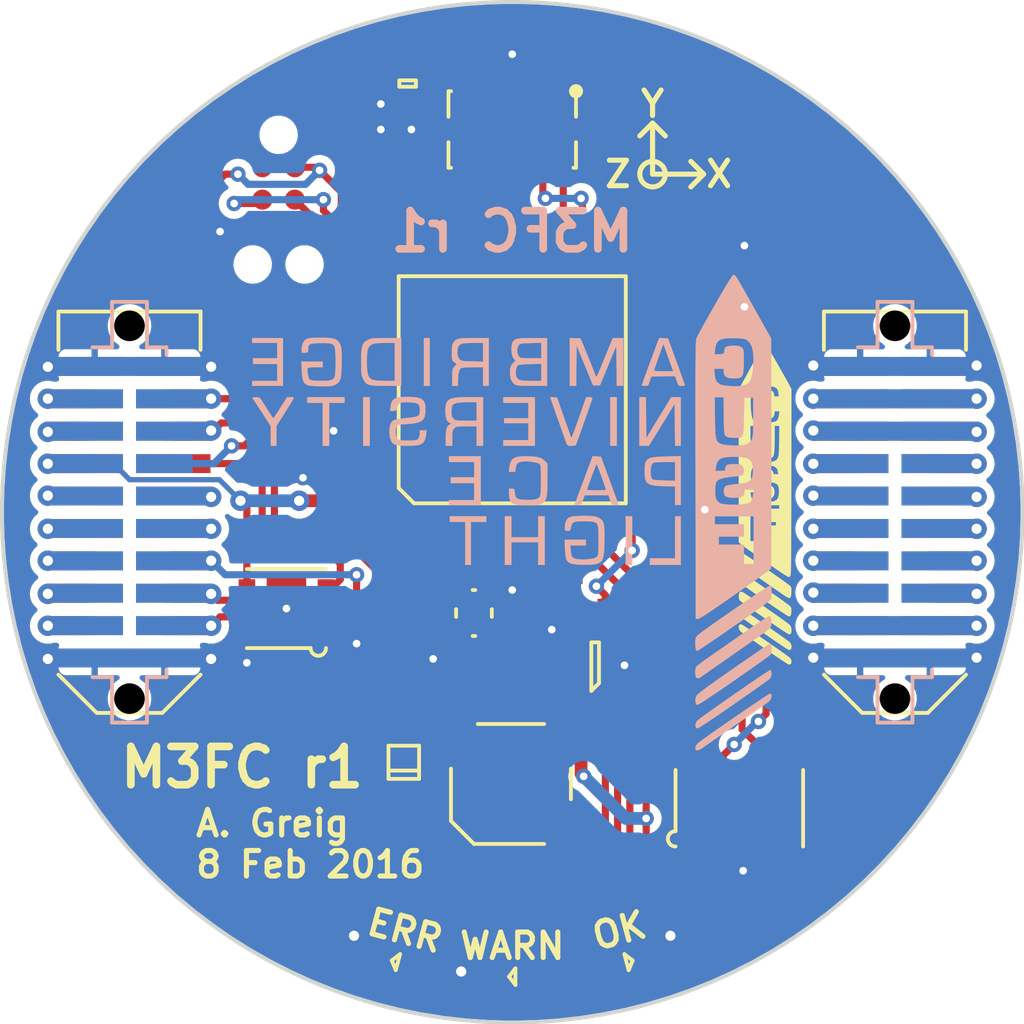
<source format=kicad_pcb>
(kicad_pcb (version 20221018) (generator pcbnew)
  (layers (0 "F.Cu" signal) (31 "B.Cu" signal) (34 "B.Paste" user) (35 "F.Paste" user) (36 "B.SilkS" user "B.Silkscreen") (37 "F.SilkS" user "F.Silkscreen") (38 "B.Mask" user) (39 "F.Mask" user) (44 "Edge.Cuts" user))
  (net 0 "")
  (net 1 "/5v_CAN")
  (net 2 "GND")
  (net 3 "3v3")
  (net 4 "Net-(C11-Pad1)")
  (net 5 "Net-(D1-Pad2)")
  (net 6 "Net-(D2-Pad2)")
  (net 7 "Net-(D3-Pad2)")
  (net 8 "/CAN-")
  (net 9 "/CAN+")
  (net 10 "/~{RST}")
  (net 11 "/JTMS")
  (net 12 "/JTCK")
  (net 13 "/JTDI")
  (net 14 "/JTDO")
  (net 15 "Net-(Q1-Pad1)")
  (net 16 "/PYRO_SO")
  (net 17 "/PYRO_SI")
  (net 18 "/5v_RADIO")
  (net 19 "/PYRO1")
  (net 20 "/5v_IMU")
  (net 21 "/PYRO2")
  (net 22 "/5v_AUX1")
  (net 23 "/PYRO3")
  (net 24 "/5v_AUX2")
  (net 25 "/PYRO4")
  (net 26 "/5v_CAM")
  (net 27 "/PWR")
  (net 28 "/CHARGE")
  (net 29 "/3v3_DL")
  (net 30 "/3v3_PYRO")
  (net 31 "/3v3_RADIO")
  (net 32 "/JTDR")
  (net 33 "/3v3_IMU")
  (net 34 "Net-(C1-Pad2)")
  (net 35 "Net-(C6-Pad1)")
  (net 36 "Net-(C10-Pad1)")
  (net 37 "/RSVD1")
  (net 38 "/3v3_AUX1")
  (net 39 "/3v3_AUX2")
  (net 40 "/RSVD2")
  (net 41 "Net-(IC1-Pad6)")
  (net 42 "Net-(D4-Pad2)")
  (net 43 "/LED_RED")
  (net 44 "/LED_YLW")
  (net 45 "/LED_GRN")
  (net 46 "/ACCEL_CS")
  (net 47 "/ACCEL_SCLK")
  (net 48 "/ACCEL_SDO")
  (net 49 "/ACCEL_SDI")
  (net 50 "/ACCEL_INT")
  (net 51 "/BEEPER")
  (net 52 "/BARO_CS")
  (net 53 "/BARO_SCLK")
  (net 54 "/BARO_SDO")
  (net 55 "/BARO_SDI")
  (net 56 "/CAN_RXD")
  (net 57 "/CAN_TXD")
  (footprint "agg:0402" (layer "F.Cu") (at 93.9 103.8 -90)
    (fp_text reference "C15")
    (fp_text value "100n")
  )
  (footprint "agg:0603" (layer "F.Cu") (at 95.9 83.2 -90)
    (fp_text reference "C13")
    (fp_text value "10µ")
  )
  (footprint "agg:0402" (layer "F.Cu") (at 98.4 82.05)
    (fp_text reference "C14")
    (fp_text value "100n")
  )
  (footprint "agg:0402" (layer "F.Cu") (at 101.6 82.05 180)
    (fp_text reference "C16")
    (fp_text value "100n")
  )
  (footprint "agg:0402" (layer "F.Cu") (at 107.7 114.1)
    (fp_text reference "C17")
    (fp_text value "100n")
  )
  (footprint "agg:0603-LED" (layer "F.Cu") (at 95.4 117.6 -15)
    (fp_text reference "D1")
    (fp_text value "RED")
  )
  (footprint "agg:0603-LED" (layer "F.Cu") (at 100 118.2)
    (fp_text reference "D2")
    (fp_text value "YLW")
  )
  (footprint "agg:0603-LED" (layer "F.Cu") (at 104.6 117.6 -165)
    (fp_text reference "D3")
    (fp_text value "GRN")
  )
  (footprint "agg:DFN-8-EP-MICROCHIP" (layer "F.Cu") (at 91.15 103.775 180)
    (fp_text reference "IC3")
    (fp_text value "MCP2562")
  )
  (footprint "agg:ADXL3x5" (layer "F.Cu") (at 100 85 -90)
    (fp_text reference "IC4")
    (fp_text value "ADXL345")
  )
  (footprint "agg:MS5611" (layer "F.Cu") (at 108.9 111.6 90)
    (fp_text reference "IC2")
    (fp_text value "MS5611-01BA03")
  )
  (footprint "agg:TC2030-NL" (layer "F.Cu") (at 90.85 87.75 -90)
    (fp_text reference "P1")
    (fp_text value "SWD_TC")
  )
  (footprint "agg:SOT-23" (layer "F.Cu") (at 103.25 106.05 180)
    (fp_text reference "Q1")
    (fp_text value "NFET")
  )
  (footprint "agg:0402" (layer "F.Cu") (at 104.1 103.7)
    (fp_text reference "R1")
    (fp_text value "100")
  )
  (footprint "agg:0402" (layer "F.Cu") (at 98.75 115.5 -90)
    (fp_text reference "R2")
    (fp_text value "100")
  )
  (footprint "agg:0402" (layer "F.Cu") (at 100 115.5 -90)
    (fp_text reference "R3")
    (fp_text value "100")
  )
  (footprint "agg:0402" (layer "F.Cu") (at 101.25 115.5 -90)
    (fp_text reference "R4")
    (fp_text value "100")
  )
  (footprint "agg:TFML-110-02-L-D" (layer "F.Cu") (at 115 100 -90)
    (fp_text reference "J3")
    (fp_text value "EAST TOP")
  )
  (footprint "agg:0402" (layer "F.Cu") (at 96.65 103.95 90)
    (fp_text reference "C1")
    (fp_text value "10p")
  )
  (footprint "agg:0402" (layer "F.Cu") (at 107.75 90.75 180)
    (fp_text reference "C3")
    (fp_text value "100n")
  )
  (footprint "agg:0402" (layer "F.Cu") (at 92.7 99.1 -90)
    (fp_text reference "C4")
    (fp_text value "100n")
  )
  (footprint "agg:0402" (layer "F.Cu") (at 102 103.7)
    (fp_text reference "C5")
    (fp_text value "1µ")
  )
  (footprint "agg:0402" (layer "F.Cu") (at 98.5 106 180)
    (fp_text reference "C6")
    (fp_text value "10p")
  )
  (footprint "agg:0402" (layer "F.Cu") (at 107.55 98.55 90)
    (fp_text reference "C7")
    (fp_text value "100n")
  )
  (footprint "agg:0402" (layer "F.Cu") (at 94.85 86.3 -90)
    (fp_text reference "C8")
    (fp_text value "100n")
  )
  (footprint "agg:0402" (layer "F.Cu") (at 102 102.5)
    (fp_text reference "C9")
    (fp_text value "100n")
  )
  (footprint "agg:LQFP-64" (layer "F.Cu") (at 100 95.2 90)
    (fp_text reference "IC1")
    (fp_text value "STM32F405RxTx")
  )
  (footprint "agg:TFML-110-02-L-D" (layer "F.Cu") (at 85 100 -90)
    (fp_text reference "J1")
    (fp_text value "WEST TOP")
  )
  (footprint "agg:XTAL-20x16" (layer "F.Cu") (at 98.5 103.95)
    (fp_text reference "Y1")
    (fp_text value "26M")
  )
  (footprint "agg:0402" (layer "F.Cu") (at 100.35 104.35 90)
    (fp_text reference "R5")
    (fp_text value "100")
  )
  (footprint "agg:KSSG13J12-N" (layer "F.Cu") (at 99.95 110.65 180)
    (fp_text reference "LS1")
    (fp_text value "SOUNDER")
  )
  (footprint "agg:0402" (layer "F.Cu") (at 107.75 89.55 180)
    (fp_text reference "C2")
    (fp_text value "4µ7")
  )
  (footprint "agg:0402" (layer "F.Cu") (at 96.05 86.3 90)
    (fp_text reference "C10")
    (fp_text value "2µ2")
  )
  (footprint "agg:0402" (layer "F.Cu") (at 107.75 91.95)
    (fp_text reference "C11")
    (fp_text value "2µ2")
  )
  (footprint "agg:SOD-323" (layer "F.Cu") (at 95.75 109.8 90)
    (fp_text reference "D4")
    (fp_text value "D")
  )
  (footprint "m3fc:cusf_logo_small" (layer "F.Cu") (at 109.9 99.7)
    (fp_text reference "G***" hide)
    (fp_text value "LOGO" hide)
  )
  (footprint "agg:SFML-110-02-L-D-LC" (layer "B.Cu") (at 115 100 -90)
    (fp_text reference "J4")
    (fp_text value "EAST BOT")
  )
  (footprint "agg:SFML-110-02-L-D-LC" (layer "B.Cu") (at 85 100 -90)
    (fp_text reference "J2")
    (fp_text value "WEST BOT")
  )
  (footprint "m3fc:cusf_logo_full" (layer "B.Cu") (at 100 100 180)
    (fp_text reference "G***" hide)
    (fp_text value "LOGO" hide)
  )
  (gr_line (start 105.5 84.75) (end 106 85.25) (stroke (width 0.2)) (layer "F.SilkS"))
  (gr_line (start 107.5 86.75) (end 107 87.25) (stroke (width 0.2)) (layer "F.SilkS"))
  (gr_line (start 105.5 86.75) (end 105.5 84.75) (stroke (width 0.2)) (layer "F.SilkS"))
  (gr_line (start 107.5 86.75) (end 107 86.25) (stroke (width 0.2)) (layer "F.SilkS"))
  (gr_line (start 105.5 86.75) (end 107.5 86.75) (stroke (width 0.2)) (layer "F.SilkS"))
  (gr_line (start 105.5 84.75) (end 105 85.25) (stroke (width 0.2)) (layer "F.SilkS"))
  (gr_circle (center 105.5 86.75) (end 105.5 87.25) (stroke (width 0.2)) (fill none) (layer "F.SilkS"))
  (gr_circle (center 100 100) (end 120 100) (stroke (width 0.15)) (fill none) (layer "Edge.Cuts"))
  (gr_text "M3FC r1" (at 100 89) (layer "B.SilkS") (effects (font (size 1.5 1.5) (thickness 0.3)) (justify mirror)))
  (gr_text "WARN" (at 100 117) (layer "F.SilkS") (effects (font (size 1 1) (thickness 0.2))))
  (gr_text "OK" (at 104.2 116.4 15) (layer "F.SilkS") (effects (font (size 1 1) (thickness 0.2))))
  (gr_text "Y" (at 105.5 84) (layer "F.SilkS") (effects (font (size 1 1) (thickness 0.2))))
  (gr_text "Z" (at 104.75 86.75) (layer "F.SilkS") (effects (font (size 1 1) (thickness 0.2)) (justify right)))
  (gr_text "A. Greig\n8 Feb 2016" (at 87.5 113) (layer "F.SilkS") (effects (font (size 1 1) (thickness 0.2)) (justify left)))
  (gr_text "M3FC r1" (at 84.5 110) (layer "F.SilkS") (effects (font (size 1.5 1.5) (thickness 0.3)) (justify left)))
  (gr_text "X" (at 107.5 86.75) (layer "F.SilkS") (effects (font (size 1 1) (thickness 0.2)) (justify left)))
  (gr_text "ERR" (at 95.8 116.4 345) (layer "F.SilkS") (effects (font (size 1 1) (thickness 0.2))))
  (segment (start 93.9 103.35) (end 93.9 102.45) (width 0.28) (layer "F.Cu") (net 1))
  (segment (start 92.7 103.45) (end 93.8 103.45) (width 0.28) (layer "F.Cu") (net 1))
  (segment (start 86.715 101.905) (end 88.195 101.905) (width 0.74) (layer "F.Cu") (net 1))
  (segment (start 88.195 101.905) (end 88.2 101.9) (width 0.74) (layer "F.Cu") (net 1))
  (segment (start 93.8 103.45) (end 93.9 103.35) (width 0.28) (layer "F.Cu") (net 1))
  (via (at 93.9 102.45) (size 0.6) (drill 0.3) (layers "F.Cu" "B.Cu") (net 1))
  (via (at 88.2 101.9) (size 0.8) (drill 0.4) (layers "F.Cu" "B.Cu") (net 1))
  (segment (start 88.2 101.9) (end 88.195 101.905) (width 0.74) (layer "B.Cu") (net 1))
  (segment (start 88.195 101.905) (end 86.365 101.905) (width 0.74) (layer "B.Cu") (net 1))
  (segment (start 88.75 102.45) (end 88.2 101.9) (width 0.28) (layer "B.Cu") (net 1))
  (segment (start 93.9 102.45) (end 88.75 102.45) (width 0.28) (layer "B.Cu") (net 1))
  (segment (start 99.6 82.1) (end 99.55 82.05) (width 0.28) (layer "F.Cu") (net 2))
  (segment (start 101.55 102.5) (end 101.55 103.7) (width 0.28) (layer "F.Cu") (net 2))
  (segment (start 108.275 112.7) (end 108.275 113.975) (width 0.28) (layer "F.Cu") (net 2))
  (segment (start 109.525 113.575) (end 109.05 114.05) (width 0.28) (layer "F.Cu") (net 2))
  (segment (start 83.285 105.715) (end 81.835 105.715) (width 0.74) (layer "F.Cu") (net 2))
  (segment (start 83.285 105.715) (end 86.715 105.715) (width 0.74) (layer "F.Cu") (net 2))
  (segment (start 99.075 103.225) (end 99.825 103.225) (width 0.28) (layer "F.Cu") (net 2))
  (segment (start 108.2 91.95) (end 109.1 91.95) (width 0.5) (layer "F.Cu") (net 2))
  (segment (start 93.75 104.1) (end 93.9 104.25) (width 0.28) (layer "F.Cu") (net 2))
  (segment (start 94.627259 117.392945) (end 94.592945 117.392945) (width 0.2) (layer "F.Cu") (net 2))
  (segment (start 104.4 105.1) (end 104.4 106) (width 0.28) (layer "F.Cu") (net 2))
  (segment (start 101.75 102.3) (end 101.55 102.5) (width 0.28) (layer "F.Cu") (net 2))
  (segment (start 96.9 105.75) (end 97.15 106) (width 0.28) (layer "F.Cu") (net 2))
  (segment (start 118.2 105.7) (end 118.185 105.715) (width 0.74) (layer "F.Cu") (net 2))
  (segment (start 106.73 98.45) (end 107.28 99) (width 0.28) (layer "F.Cu") (net 2))
  (segment (start 92.9 98.45) (end 94.3 98.45) (width 0.28) (layer "F.Cu") (net 2))
  (segment (start 101.2 82.1) (end 101.15 82.05) (width 0.28) (layer "F.Cu") (net 2))
  (segment (start 100 82.05) (end 101.15 82.05) (width 0.28) (layer "F.Cu") (net 2))
  (segment (start 94.85 85.85) (end 94.85 85) (width 0.5) (layer "F.Cu") (net 2))
  (segment (start 109.525 112.7) (end 109.525 113.575) (width 0.28) (layer "F.Cu") (net 2))
  (segment (start 105.407055 117.392945) (end 106.2 116.6) (width 0.2) (layer "F.Cu") (net 2))
  (segment (start 88.2 105.75) (end 88.165 105.715) (width 0.74) (layer "F.Cu") (net 2))
  (segment (start 81.815 94.285) (end 81.8 94.3) (width 0.74) (layer "F.Cu") (net 2))
  (segment (start 107.55 99.9) (end 107.55 99) (width 0.28) (layer "F.Cu") (net 2))
  (segment (start 83.285 94.285) (end 81.815 94.285) (width 0.74) (layer "F.Cu") (net 2))
  (segment (start 98.05 104.8) (end 97.925 104.675) (width 0.28) (layer "F.Cu") (net 2))
  (segment (start 99.2 118.2) (end 98.2 118.2) (width 0.2) (layer "F.Cu") (net 2))
  (segment (start 116.715 105.715) (end 113.285 105.715) (width 0.74) (layer "F.Cu") (net 2))
  (segment (start 118.165 94.285) (end 118.2 94.25) (width 0.74) (layer "F.Cu") (net 2))
  (segment (start 88.2 94.3) (end 88.185 94.285) (width 0.74) (layer "F.Cu") (net 2))
  (segment (start 105.372741 117.392945) (end 105.407055 117.392945) (width 0.2) (layer "F.Cu") (net 2))
  (segment (start 90.21 89.02) (end 88.57 89.02) (width 0.5) (layer "F.Cu") (net 2))
  (segment (start 98.85 82.05) (end 99.55 82.05) (width 0.28) (layer "F.Cu") (net 2))
  (segment (start 97.925 104.675) (end 97.925 104.725) (width 0.28) (layer "F.Cu") (net 2))
  (segment (start 101.2 83.9) (end 101.2 82.1) (width 0.28) (layer "F.Cu") (net 2))
  (segment (start 108.2 90.75) (end 108.2 90.65) (width 0.28) (layer "F.Cu") (net 2))
  (segment (start 99.6 83.9) (end 99.6 82.1) (width 0.28) (layer "F.Cu") (net 2))
  (segment (start 86.715 94.285) (end 83.285 94.285) (width 0.74) (layer "F.Cu") (net 2))
  (segment (start 111.8 94.25) (end 111.835 94.285) (width 0.74) (layer "F.Cu") (net 2))
  (segment (start 94.592945 117.392945) (end 93.8 116.6) (width 0.2) (layer "F.Cu") (net 2))
  (segment (start 98.8 82.1) (end 98.85 82.05) (width 0.28) (layer "F.Cu") (net 2))
  (segment (start 95.9 84) (end 94.85 84) (width 0.5) (layer "F.Cu") (net 2))
  (segment (start 81.835 105.715) (end 81.8 105.75) (width 0.74) (layer "F.Cu") (net 2))
  (segment (start 92.7 98.65) (end 91.8 98.65) (width 0.28) (layer "F.Cu") (net 2))
  (segment (start 108.275 113.975) (end 108.15 114.1) (width 0.28) (layer "F.Cu") (net 2))
  (segment (start 107.28 99) (end 107.65 99) (width 0.28) (layer "F.Cu") (net 2))
  (segment (start 96.65 104.4) (end 96.65 105.5) (width 0.28) (layer "F.Cu") (net 2))
  (segment (start 108.2 89.55) (end 108.2 90.75) (width 0.5) (layer "F.Cu") (net 2))
  (segment (start 109 114.1) (end 109.05 114.05) (width 0.28) (layer "F.Cu") (net 2))
  (segment (start 97.15 106) (end 98.05 106) (width 0.28) (layer "F.Cu") (net 2))
  (segment (start 108.15 114.1) (end 109 114.1) (width 0.28) (layer "F.Cu") (net 2))
  (segment (start 92.7 98.65) (end 92.9 98.45) (width 0.28) (layer "F.Cu") (net 2))
  (segment (start 96.05 85.85) (end 96.05 85) (width 0.5) (layer "F.Cu") (net 2))
  (segment (start 101.75 100.9) (end 101.75 102.3) (width 0.28) (layer "F.Cu") (net 2))
  (segment (start 97.65 104.4) (end 97.925 104.675) (width 0.28) (layer "F.Cu") (net 2))
  (segment (start 118.185 105.715) (end 116.715 105.715) (width 0.74) (layer "F.Cu") (net 2))
  (segment (start 98.2 118.2) (end 98 118) (width 0.2) (layer "F.Cu") (net 2))
  (segment (start 88.165 105.715) (end 86.715 105.715) (width 0.74) (layer "F.Cu") (net 2))
  (segment (start 96.65 105.5) (end 96.9 105.75) (width 0.28) (layer "F.Cu") (net 2))
  (segment (start 111.835 94.285) (end 113.285 94.285) (width 0.74) (layer "F.Cu") (net 2))
  (segment (start 101.55 103.7) (end 101.55 104.6) (width 0.28) (layer "F.Cu") (net 2))
  (segment (start 99.825 103.225) (end 100 103.05) (width 0.28) (layer "F.Cu") (net 2))
  (segment (start 88.57 89.02) (end 88.55 89) (width 0.5) (layer "F.Cu") (net 2))
  (segment (start 108.2 89.55) (end 109.1 89.55) (width 0.5) (layer "F.Cu") (net 2))
  (segment (start 98.8 83.9) (end 98.8 82.1) (width 0.28) (layer "F.Cu") (net 2))
  (segment (start 94.3 96.95) (end 93.14001 96.95) (width 0.28) (layer "F.Cu") (net 2))
  (segment (start 113.285 105.715) (end 111.815 105.715) (width 0.74) (layer "F.Cu") (net 2))
  (segment (start 89.6 104.75) (end 89.6 105.9) (width 0.28) (layer "F.Cu") (net 2))
  (segment (start 92.7 104.1) (end 93.75 104.1) (width 0.28) (layer "F.Cu") (net 2))
  (segment (start 116.715 94.285) (end 118.165 94.285) (width 0.74) (layer "F.Cu") (net 2))
  (segment (start 93.14001 96.95) (end 93 96.80999) (width 0.28) (layer "F.Cu") (net 2))
  (segment (start 97.925 104.725) (end 96.9 105.75) (width 0.28) (layer "F.Cu") (net 2))
  (segment (start 111.815 105.715) (end 111.8 105.7) (width 0.74) (layer "F.Cu") (net 2))
  (segment (start 99.55 82.05) (end 100 82.05) (width 0.28) (layer "F.Cu") (net 2))
  (segment (start 105.7 98.45) (end 106.73 98.45) (width 0.28) (layer "F.Cu") (net 2))
  (segment (start 88.185 94.285) (end 86.715 94.285) (width 0.74) (layer "F.Cu") (net 2))
  (segment (start 116.715 94.285) (end 113.285 94.285) (width 0.74) (layer "F.Cu") (net 2))
  (segment (start 93.9 104.25) (end 93.9 105.15) (width 0.28) (layer "F.Cu") (net 2))
  (via (at 88.2 94.3) (size 0.8) (drill 0.4) (layers "F.Cu" "B.Cu") (net 2))
  (via (at 88.2 105.75) (size 0.8) (drill 0.4) (layers "F.Cu" "B.Cu") (net 2))
  (via (at 94.85 85) (size 0.6) (drill 0.3) (layers "F.Cu" "B.Cu") (net 2))
  (via (at 93.9 105.15) (size 0.6) (drill 0.3) (layers "F.Cu" "B.Cu") (net 2))
  (via (at 98 118) (size 0.6) (drill 0.4) (layers "F.Cu" "B.Cu") (net 2))
  (via (at 109.05 114.05) (size 0.6) (drill 0.3) (layers "F.Cu" "B.Cu") (net 2))
  (via (at 91.8 98.65) (size 0.6) (drill 0.3) (layers "F.Cu" "B.Cu") (net 2))
  (via (at 81.8 94.3) (size 0.8) (drill 0.4) (layers "F.Cu" "B.Cu") (net 2))
  (via (at 100 82.05) (size 0.6) (drill 0.3) (layers "F.Cu" "B.Cu") (net 2))
  (via (at 101.55 104.6) (size 0.6) (drill 0.3) (layers "F.Cu" "B.Cu") (net 2))
  (via (at 93.8 116.6) (size 0.6) (drill 0.4) (layers "F.Cu" "B.Cu") (net 2))
  (via (at 100 103.05) (size 0.6) (drill 0.3) (layers "F.Cu" "B.Cu") (net 2))
  (via (at 96.9 105.75) (size 0.6) (drill 0.3) (layers "F.Cu" "B.Cu") (net 2))
  (via (at 91.15 103.775) (size 0.6) (drill 0.3) (layers "F.Cu" "B.Cu") (net 2))
  (via (at 104.4 106) (size 0.6) (drill 0.3) (layers "F.Cu" "B.Cu") (net 2))
  (via (at 111.8 94.25) (size 0.8) (drill 0.4) (layers "F.Cu" "B.Cu") (net 2))
  (via (at 107.55 99.9) (size 0.6) (drill 0.3) (layers "F.Cu" "B.Cu") (net 2))
  (via (at 118.2 94.25) (size 0.8) (drill 0.4) (layers "F.Cu" "B.Cu") (net 2))
  (via (at 94.85 84) (size 0.6) (drill 0.3) (layers "F.Cu" "B.Cu") (net 2))
  (via (at 106.2 116.6) (size 0.6) (drill 0.4) (layers "F.Cu" "B.Cu") (net 2))
  (via (at 88.55 89) (size 0.6) (drill 0.3) (layers "F.Cu" "B.Cu") (net 2))
  (via (at 96.05 85) (size 0.6) (drill 0.3) (layers "F.Cu" "B.Cu") (net 2))
  (via (at 89.6 105.9) (size 0.6) (drill 0.3) (layers "F.Cu" "B.Cu") (net 2))
  (via (at 109.1 89.55) (size 0.6) (drill 0.3) (layers "F.Cu" "B.Cu") (net 2))
  (via (at 81.8 105.75) (size 0.8) (drill 0.4) (layers "F.Cu" "B.Cu") (net 2))
  (via (at 111.8 105.7) (size 0.8) (drill 0.4) (layers "F.Cu" "B.Cu") (net 2))
  (via (at 109.1 91.95) (size 0.6) (drill 0.3) (layers "F.Cu" "B.Cu") (net 2))
  (via (at 118.2 105.7) (size 0.8) (drill 0.4) (layers "F.Cu" "B.Cu") (net 2))
  (via (at 93 96.80999) (size 0.6) (drill 0.3) (layers "F.Cu" "B.Cu") (net 2))
  (segment (start 118.185 105.715) (end 118.2 105.7) (width 0.74) (layer "B.Cu") (net 2))
  (segment (start 81.8 105.75) (end 81.835 105.715) (width 0.74) (layer "B.Cu") (net 2))
  (segment (start 88.165 105.715) (end 88.2 105.75) (width 0.74) (layer "B.Cu") (net 2))
  (segment (start 116.365 105.715) (end 118.185 105.715) (width 0.74) (layer "B.Cu") (net 2))
  (segment (start 111.8 105.7) (end 111.815 105.715) (width 0.74) (layer "B.Cu") (net 2))
  (segment (start 118.165 94.285) (end 116.365 94.285) (width 0.74) (layer "B.Cu") (net 2))
  (segment (start 111.835 94.285) (end 111.8 94.25) (width 0.74) (layer "B.Cu") (net 2))
  (segment (start 111.815 105.715) (end 113.635 105.715) (width 0.74) (layer "B.Cu") (net 2))
  (segment (start 81.8 94.3) (end 81.815 94.285) (width 0.74) (layer "B.Cu") (net 2))
  (segment (start 81.815 94.285) (end 83.635 94.285) (width 0.74) (layer "B.Cu") (net 2))
  (segment (start 86.365 105.715) (end 83.635 105.715) (width 0.74) (layer "B.Cu") (net 2))
  (segment (start 88.185 94.285) (end 88.2 94.3) (width 0.74) (layer "B.Cu") (net 2))
  (segment (start 116.365 94.285) (end 113.635 94.285) (width 0.74) (layer "B.Cu") (net 2))
  (segment (start 113.635 94.285) (end 111.835 94.285) (width 0.74) (layer "B.Cu") (net 2))
  (segment (start 118.2 94.25) (end 118.165 94.285) (width 0.74) (layer "B.Cu") (net 2))
  (segment (start 86.365 94.285) (end 83.635 94.285) (width 0.74) (layer "B.Cu") (net 2))
  (segment (start 81.835 105.715) (end 83.635 105.715) (width 0.74) (layer "B.Cu") (net 2))
  (segment (start 86.365 105.715) (end 88.165 105.715) (width 0.74) (layer "B.Cu") (net 2))
  (segment (start 86.365 94.285) (end 88.185 94.285) (width 0.74) (layer "B.Cu") (net 2))
  (segment (start 116.365 105.715) (end 113.635 105.715) (width 0.74) (layer "B.Cu") (net 2))
  (segment (start 90.5 83.7) (end 89.5 84.7) (width 0.5) (layer "F.Cu") (net 3))
  (segment (start 102.05 82.05) (end 104.06 82.05) (width 0.5) (layer "F.Cu") (net 3))
  (segment (start 98.35 81.2) (end 101.65 81.2) (width 0.5) (layer "F.Cu") (net 3))
  (segment (start 102.45 102.5) (end 102.45 103.7) (width 0.28) (layer "F.Cu") (net 3))
  (segment (start 95.49 106.81) (end 94.5 107.8) (width 0.5) (layer "F.Cu") (net 3))
  (segment (start 107.025 113.875) (end 107.25 114.1) (width 0.28) (layer "F.Cu") (net 3))
  (segment (start 107.3 89.55) (end 105.65 89.55) (width 0.5) (layer "F.Cu") (net 3))
  (segment (start 102.45 104.29) (end 103.2 105.04) (width 0.5) (layer "F.Cu") (net 3))
  (segment (start 107.3 90.75) (end 107.3 89.55) (width 0.5) (layer "F.Cu") (net 3))
  (segment (start 102.25 109.35) (end 102.7 109.8) (width 0.5) (layer "F.Cu") (net 3))
  (segment (start 108.260001 98.449999) (end 107.910002 98.1) (width 0.28) (layer "F.Cu") (net 3))
  (segment (start 103.2 107.8) (end 102.25 108.75) (width 0.5) (layer "F.Cu") (net 3))
  (segment (start 88.525001 98.725001) (end 89.35 99.55) (width 0.2) (layer "F.Cu") (net 3))
  (segment (start 94.95 111.1) (end 95.75 111.1) (width 0.5) (layer "F.Cu") (net 3))
  (segment (start 89.5 85.77) (end 90.21 86.48) (width 0.5) (layer "F.Cu") (net 3))
  (segment (start 96.25 82.05) (end 95.9 82.4) (width 0.5) (layer "F.Cu") (net 3))
  (segment (start 107.6 102.34001) (end 108.260001 101.680009) (width 0.28) (layer "F.Cu") (net 3))
  (segment (start 107.910002 98.1) (end 107.65 98.1) (width 0.28) (layer "F.Cu") (net 3))
  (segment (start 96.25 101.75) (end 95.95 102.05) (width 0.28) (layer "F.Cu") (net 3))
  (segment (start 93.3 83.7) (end 90.5 83.7) (width 0.5) (layer "F.Cu") (net 3))
  (segment (start 93.6 98.95) (end 93.29 99.26) (width 0.28) (layer "F.Cu") (net 3))
  (segment (start 105.7 97.95) (end 107.5 97.95) (width 0.28) (layer "F.Cu") (net 3))
  (segment (start 93.3 83.7) (end 93.3 85.8) (width 0.5) (layer "F.Cu") (net 3))
  (segment (start 102.45 103.7) (end 102.45 104.29) (width 0.5) (layer "F.Cu") (net 3))
  (segment (start 94.25 86.75) (end 94.85 86.75) (width 0.5) (layer "F.Cu") (net 3))
  (segment (start 102.8 109.45) (end 102.25 108.9) (width 0.28) (layer "F.Cu") (net 3))
  (segment (start 83.285 98.095) (end 84.375 98.095) (width 0.2) (layer "F.Cu") (net 3))
  (segment (start 95.95 102.05) (end 95.49 102.05) (width 0.28) (layer "F.Cu") (net 3))
  (segment (start 81.805 98.095) (end 81.8 98.1) (width 0.74) (layer "F.Cu") (net 3))
  (segment (start 89.6 102.8) (end 89.6 99.8) (width 0.28) (layer "F.Cu") (net 3))
  (segment (start 107.45 90.6) (end 107.3 90.75) (width 0.28) (layer "F.Cu") (net 3))
  (segment (start 93.29 99.26) (end 93.29 99.55) (width 0.28) (layer "F.Cu") (net 3))
  (segment (start 102.7 109.8) (end 102.7 110.25) (width 0.5) (layer "F.Cu") (net 3))
  (segment (start 95.49 102.05) (end 95.49 106.81) (width 0.5) (layer "F.Cu") (net 3))
  (segment (start 107.3 85.29) (end 107.3 89.55) (width 0.5) (layer "F.Cu") (net 3))
  (segment (start 94.85 87.1) (end 94.85 86.75) (width 0.28) (layer "F.Cu") (net 3))
  (segment (start 92.7 99.55) (end 91.65 99.55) (width 0.5) (layer "F.Cu") (net 3))
  (segment (start 97.95 82.05) (end 97.95 81.6) (width 0.5) (layer "F.Cu") (net 3))
  (segment (start 96.25 100.9) (end 96.25 101.75) (width 0.28) (layer "F.Cu") (net 3))
  (segment (start 93.29 99.55) (end 92.7 99.55) (width 0.5) (layer "F.Cu") (net 3))
  (segment (start 102.25 108.9) (end 102.25 109.35) (width 0.5) (layer "F.Cu") (net 3))
  (segment (start 89.6 99.8) (end 89.35 99.55) (width 0.28) (layer "F.Cu") (net 3))
  (segment (start 106.6 91.45) (end 107.3 90.75) (width 0.28) (layer "F.Cu") (net 3))
  (segment (start 96.25 89.5) (end 96.25 88.5) (width 0.28) (layer "F.Cu") (net 3))
  (segment (start 97.95 81.6) (end 98.35 81.2) (width 0.5) (layer "F.Cu") (net 3))
  (segment (start 85.005001 98.725001) (end 88.525001 98.725001) (width 0.2) (layer "F.Cu") (net 3))
  (segment (start 98 83.9) (end 98 82.1) (width 0.28) (layer "F.Cu") (net 3))
  (segment (start 102.05 82.05) (end 102.05 81.6) (width 0.5) (layer "F.Cu") (net 3))
  (segment (start 107.025 112.7) (end 107.025 113.875) (width 0.28) (layer "F.Cu") (net 3))
  (segment (start 105.250028 110.049972) (end 107.6 107.7) (width 0.28) (layer "F.Cu") (net 3))
  (segment (start 95.9 82.4) (end 94.6 82.4) (width 0.5) (layer "F.Cu") (net 3))
  (segment (start 105.7 91.45) (end 106.6 91.45) (width 0.28) (layer "F.Cu") (net 3))
  (segment (start 102.7 110.25) (end 102.8 110.35) (width 0.5) (layer "F.Cu") (net 3))
  (segment (start 96.25 89.5) (end 96.25 88.9) (width 0.28) (layer "F.Cu") (net 3))
  (segment (start 103.2 105.04) (end 103.2 107.8) (width 0.5) (layer "F.Cu") (net 3))
  (segment (start 105.250028 112) (end 105.250028 110.049972) (width 0.28) (layer "F.Cu") (net 3))
  (segment (start 104.06 82.05) (end 107.3 85.29) (width 0.5) (layer "F.Cu") (net 3))
  (segment (start 101.65 81.2) (end 102.05 81.6) (width 0.5) (layer "F.Cu") (net 3))
  (segment (start 97.95 82.05) (end 96.25 82.05) (width 0.5) (layer "F.Cu") (net 3))
  (segment (start 94.5 110.65) (end 94.95 111.1) (width 0.5) (layer "F.Cu") (net 3))
  (segment (start 83.285 98.095) (end 81.805 98.095) (width 0.74) (layer "F.Cu") (net 3))
  (segment (start 96.1 82.2) (end 95.9 82.4) (width 0.5) (layer "F.Cu") (net 3))
  (segment (start 94.5 107.8) (end 94.5 110.65) (width 0.5) (layer "F.Cu") (net 3))
  (segment (start 102 83.9) (end 102 82.1) (width 0.28) (layer "F.Cu") (net 3))
  (segment (start 102 82.1) (end 102.05 82.05) (width 0.28) (layer "F.Cu") (net 3))
  (segment (start 95.49 101.75) (end 95.49 102.05) (width 0.5) (layer "F.Cu") (net 3))
  (segment (start 94.3 98.95) (end 93.6 98.95) (width 0.28) (layer "F.Cu") (net 3))
  (segment (start 89.5 84.7) (end 89.5 85.77) (width 0.5) (layer "F.Cu") (net 3))
  (segment (start 105.250028 113.600028) (end 105.250028 112) (width 0.28) (layer "F.Cu") (net 3))
  (segment (start 93.3 85.8) (end 94.25 86.75) (width 0.5) (layer "F.Cu") (net 3))
  (segment (start 84.375 98.095) (end 85.005001 98.725001) (width 0.2) (layer "F.Cu") (net 3))
  (segment (start 103.9 97.18) (end 103.9 91.3) (width 0.5) (layer "F.Cu") (net 3))
  (segment (start 102.25 102.3) (end 102.45 102.5) (width 0.28) (layer "F.Cu") (net 3))
  (segment (start 100.05 111.1) (end 102.25 108.9) (width 0.5) (layer "F.Cu") (net 3))
  (segment (start 104.67 97.95) (end 103.9 97.18) (width 0.5) (layer "F.Cu") (net 3))
  (segment (start 94.6 82.4) (end 93.3 83.7) (width 0.5) (layer "F.Cu") (net 3))
  (segment (start 95.49 101.75) (end 93.29 99.55) (width 0.5) (layer "F.Cu") (net 3))
  (segment (start 107.5 97.95) (end 107.65 98.1) (width 0.28) (layer "F.Cu") (net 3))
  (segment (start 96.25 88.5) (end 94.85 87.1) (width 0.28) (layer "F.Cu") (net 3))
  (segment (start 105.7 97.95) (end 104.67 97.95) (width 0.28) (layer "F.Cu") (net 3))
  (segment (start 108.260001 101.680009) (end 108.260001 98.449999) (width 0.28) (layer "F.Cu") (net 3))
  (segment (start 102.25 100.9) (end 102.25 102.3) (width 0.28) (layer "F.Cu") (net 3))
  (segment (start 98 82.1) (end 97.95 82.05) (width 0.28) (layer "F.Cu") (net 3))
  (segment (start 95.75 111.1) (end 100.05 111.1) (width 0.5) (layer "F.Cu") (net 3))
  (segment (start 105.65 89.55) (end 103.9 91.3) (width 0.5) (layer "F.Cu") (net 3))
  (segment (start 107.25 114.1) (end 105.75 114.1) (width 0.28) (layer "F.Cu") (net 3))
  (segment (start 107.6 107.7) (end 107.6 102.34001) (width 0.28) (layer "F.Cu") (net 3))
  (segment (start 105.75 114.1) (end 105.250028 113.600028) (width 0.28) (layer "F.Cu") (net 3))
  (via (at 89.35 99.55) (size 0.8) (drill 0.4) (layers "F.Cu" "B.Cu") (net 3))
  (via (at 102.8 110.35) (size 0.6) (drill 0.3) (layers "F.Cu" "B.Cu") (net 3))
  (via (at 91.65 99.55) (size 0.8) (drill 0.4) (layers "F.Cu" "B.Cu") (net 3))
  (via (at 105.250028 112) (size 0.6) (drill 0.3) (layers "F.Cu" "B.Cu") (net 3))
  (via (at 81.8 98.1) (size 0.8) (drill 0.4) (layers "F.Cu" "B.Cu") (net 3))
  (segment (start 83.635 98.095) (end 84.375 98.095) (width 0.2) (layer "B.Cu") (net 3))
  (segment (start 84.375 98.095) (end 85.005001 98.725001) (width 0.2) (layer "B.Cu") (net 3))
  (segment (start 81.8 98.1) (end 81.805 98.095) (width 0.74) (layer "B.Cu") (net 3))
  (segment (start 88.525001 98.725001) (end 89.35 99.55) (width 0.2) (layer "B.Cu") (net 3))
  (segment (start 85.005001 98.725001) (end 88.525001 98.725001) (width 0.2) (layer "B.Cu") (net 3))
  (segment (start 91.65 99.55) (end 89.35 99.55) (width 0.5) (layer "B.Cu") (net 3))
  (segment (start 105.250028 112) (end 104.45 112) (width 0.5) (layer "B.Cu") (net 3))
  (segment (start 104.45 112) (end 102.8 110.35) (width 0.5) (layer "B.Cu") (net 3))
  (segment (start 81.805 98.095) (end 83.635 98.095) (width 0.74) (layer "B.Cu") (net 3))
  (segment (start 105.7 91.95) (end 107.3 91.95) (width 0.28) (layer "F.Cu") (net 4))
  (segment (start 98.75 115.95) (end 98.029796 115.95) (width 0.2) (layer "F.Cu") (net 5))
  (segment (start 98.029796 115.95) (end 96.172741 117.807055) (width 0.2) (layer "F.Cu") (net 5))
  (segment (start 100.8 116.75) (end 100 115.95) (width 0.2) (layer "F.Cu") (net 6))
  (segment (start 100.8 118.2) (end 100.8 116.75) (width 0.2) (layer "F.Cu") (net 6))
  (segment (start 101.25 115.95) (end 101.970204 115.95) (width 0.2) (layer "F.Cu") (net 7))
  (segment (start 101.970204 115.95) (end 103.827259 117.807055) (width 0.2) (layer "F.Cu") (net 7))
  (segment (start 88.45 103.45) (end 88.2 103.2) (width 0.28) (layer "F.Cu") (net 8))
  (segment (start 88.2 103.2) (end 88.175 103.175) (width 0.74) (layer "F.Cu") (net 8))
  (segment (start 89.6 103.45) (end 88.45 103.45) (width 0.28) (layer "F.Cu") (net 8))
  (segment (start 88.175 103.175) (end 86.715 103.175) (width 0.74) (layer "F.Cu") (net 8))
  (via (at 88.2 103.2) (size 0.8) (drill 0.4) (layers "F.Cu" "B.Cu") (net 8))
  (segment (start 88.175 103.175) (end 88.2 103.2) (width 0.74) (layer "B.Cu") (net 8))
  (segment (start 86.365 103.175) (end 88.175 103.175) (width 0.74) (layer "B.Cu") (net 8))
  (segment (start 89.6 104.1) (end 88.55 104.1) (width 0.28) (layer "F.Cu") (net 9))
  (segment (start 86.715 104.445) (end 88.195 104.445) (width 0.74) (layer "F.Cu") (net 9))
  (segment (start 88.195 104.445) (end 88.2 104.45) (width 0.74) (layer "F.Cu") (net 9))
  (segment (start 88.55 104.1) (end 88.2 104.45) (width 0.28) (layer "F.Cu") (net 9))
  (via (at 88.2 104.45) (size 0.8) (drill 0.4) (layers "F.Cu" "B.Cu") (net 9))
  (segment (start 88.195 104.445) (end 86.365 104.445) (width 0.74) (layer "B.Cu") (net 9))
  (segment (start 88.2 104.45) (end 88.195 104.445) (width 0.74) (layer "B.Cu") (net 9))
  (segment (start 92.6 88.174264) (end 92.6 87.75) (width 0.28) (layer "F.Cu") (net 10))
  (segment (start 89.1 87.9) (end 90.06 87.9) (width 0.28) (layer "F.Cu") (net 10))
  (segment (start 93.85 90.7) (end 93.46999 90.31999) (width 0.28) (layer "F.Cu") (net 10))
  (segment (start 95.8 91.527998) (end 95.022002 90.75) (width 0.28) (layer "F.Cu") (net 10))
  (segment (start 90.06 87.9) (end 90.21 87.75) (width 0.28) (layer "F.Cu") (net 10))
  (segment (start 93.46999 89.044254) (end 92.6 88.174264) (width 0.28) (layer "F.Cu") (net 10))
  (segment (start 95.022002 90.75) (end 93.85 90.75) (width 0.28) (layer "F.Cu") (net 10))
  (segment (start 95.8 98.95) (end 95.8 91.527998) (width 0.28) (layer "F.Cu") (net 10))
  (segment (start 96.25 99.4) (end 95.8 98.95) (width 0.28) (layer "F.Cu") (net 10))
  (segment (start 99.25 99.87) (end 98.78 99.4) (width 0.28) (layer "F.Cu") (net 10))
  (segment (start 98.78 99.4) (end 96.25 99.4) (width 0.28) (layer "F.Cu") (net 10))
  (segment (start 93.46999 90.31999) (end 93.46999 89.044254) (width 0.28) (layer "F.Cu") (net 10))
  (segment (start 93.85 90.75) (end 93.85 90.7) (width 0.28) (layer "F.Cu") (net 10))
  (segment (start 99.25 100.9) (end 99.25 99.87) (width 0.28) (layer "F.Cu") (net 10))
  (via (at 89.1 87.9) (size 0.6) (drill 0.3) (layers "F.Cu" "B.Cu") (net 10))
  (via (at 92.6 87.75) (size 0.6) (drill 0.3) (layers "F.Cu" "B.Cu") (net 10))
  (segment (start 92.6 87.75) (end 89.25 87.75) (width 0.28) (layer "B.Cu") (net 10))
  (segment (start 89.25 87.75) (end 89.1 87.9) (width 0.28) (layer "B.Cu") (net 10))
  (segment (start 96 90.9) (end 96.88 90.9) (width 0.28) (layer "F.Cu") (net 11))
  (segment (start 88.75 86.75) (end 89.25 86.75) (width 0.28) (layer "F.Cu") (net 11))
  (segment (start 91.6 93.75) (end 91.6 91.65) (width 0.28) (layer "F.Cu") (net 11))
  (segment (start 94.15 90.2) (end 95.3 90.2) (width 0.28) (layer "F.Cu") (net 11))
  (segment (start 91.35 91.4) (end 89.15 91.4) (width 0.28) (layer "F.Cu") (net 11))
  (segment (start 93.95 90) (end 94.15 90.2) (width 0.28) (layer "F.Cu") (net 11))
  (segment (start 93.95 88.7) (end 93.95 90) (width 0.28) (layer "F.Cu") (net 11))
  (segment (start 92.33 86.48) (end 92.45 86.6) (width 0.28) (layer "F.Cu") (net 11))
  (segment (start 88.2 95.55) (end 88.195 95.555) (width 0.74) (layer "F.Cu") (net 11))
  (segment (start 89.15 91.4) (end 87.8 90.05) (width 0.28) (layer "F.Cu") (net 11))
  (segment (start 87.8 90.05) (end 87.8 87.7) (width 0.28) (layer "F.Cu") (net 11))
  (segment (start 93.3 87.45) (end 93.3 88.05) (width 0.28) (layer "F.Cu") (net 11))
  (segment (start 93.3 88.05) (end 93.95 88.7) (width 0.28) (layer "F.Cu") (net 11))
  (segment (start 91.6 91.65) (end 91.35 91.4) (width 0.28) (layer "F.Cu") (net 11))
  (segment (start 96.88 90.9) (end 97.25 90.53) (width 0.28) (layer "F.Cu") (net 11))
  (segment (start 92.45 86.6) (end 93.3 87.45) (width 0.28) (layer "F.Cu") (net 11))
  (segment (start 87.8 87.7) (end 88.75 86.75) (width 0.28) (layer "F.Cu") (net 11))
  (segment (start 88.8 95.55) (end 89.8 95.55) (width 0.28) (layer "F.Cu") (net 11))
  (segment (start 91.48 86.48) (end 92.33 86.48) (width 0.28) (layer "F.Cu") (net 11))
  (segment (start 95.3 90.2) (end 96 90.9) (width 0.28) (layer "F.Cu") (net 11))
  (segment (start 88.8 95.55) (end 88.2 95.55) (width 0.28) (layer "F.Cu") (net 11))
  (segment (start 89.8 95.55) (end 91.6 93.75) (width 0.28) (layer "F.Cu") (net 11))
  (segment (start 97.25 90.53) (end 97.25 89.5) (width 0.28) (layer "F.Cu") (net 11))
  (segment (start 88.195 95.555) (end 86.715 95.555) (width 0.74) (layer "F.Cu") (net 11))
  (via (at 89.25 86.75) (size 0.6) (drill 0.3) (layers "F.Cu" "B.Cu") (net 11))
  (via (at 92.45 86.6) (size 0.6) (drill 0.3) (layers "F.Cu" "B.Cu") (net 11))
  (via (at 88.2 95.55) (size 0.8) (drill 0.4) (layers "F.Cu" "B.Cu") (net 11))
  (segment (start 88.195 95.555) (end 88.2 95.55) (width 0.74) (layer "B.Cu") (net 11))
  (segment (start 89.65 87.15) (end 91.9 87.15) (width 0.28) (layer "B.Cu") (net 11))
  (segment (start 89.25 86.75) (end 89.65 87.15) (width 0.28) (layer "B.Cu") (net 11))
  (segment (start 91.9 87.15) (end 92.45 86.6) (width 0.28) (layer "B.Cu") (net 11))
  (segment (start 86.365 95.555) (end 88.195 95.555) (width 0.74) (layer "B.Cu") (net 11))
  (segment (start 92.9 89.17) (end 92.9 91.1) (width 0.28) (layer "F.Cu") (net 12))
  (segment (start 89.6 96.5) (end 88.6 96.5) (width 0.28) (layer "F.Cu") (net 12))
  (segment (start 92.2 91.8) (end 92.2 93.9) (width 0.28) (layer "F.Cu") (net 12))
  (segment (start 91.48 87.75) (end 92.9 89.17) (width 0.28) (layer "F.Cu") (net 12))
  (segment (start 92.2 93.9) (end 89.6 96.5) (width 0.28) (layer "F.Cu") (net 12))
  (segment (start 92.9 91.1) (end 92.2 91.8) (width 0.28) (layer "F.Cu") (net 12))
  (segment (start 93.25 91.45) (end 94.3 91.45) (width 0.28) (layer "F.Cu") (net 12))
  (segment (start 88.175 96.825) (end 88.2 96.8) (width 0.74) (layer "F.Cu") (net 12))
  (segment (start 92.9 91.1) (end 93.25 91.45) (width 0.28) (layer "F.Cu") (net 12))
  (segment (start 86.715 96.825) (end 88.175 96.825) (width 0.74) (layer "F.Cu") (net 12))
  (segment (start 88.6 96.5) (end 88.3 96.8) (width 0.28) (layer "F.Cu") (net 12))
  (segment (start 88.3 96.8) (end 88.2 96.8) (width 0.28) (layer "F.Cu") (net 12))
  (via (at 88.2 96.8) (size 0.8) (drill 0.4) (layers "F.Cu" "B.Cu") (net 12))
  (segment (start 88.2 96.8) (end 88.175 96.825) (width 0.74) (layer "B.Cu") (net 12))
  (segment (start 88.175 96.825) (end 86.365 96.825) (width 0.74) (layer "B.Cu") (net 12))
  (segment (start 89.5 97.4) (end 89 97.4) (width 0.28) (layer "F.Cu") (net 13))
  (segment (start 93.2 91.95) (end 92.8 92.35) (width 0.28) (layer "F.Cu") (net 13))
  (segment (start 92.8 94.1) (end 89.5 97.4) (width 0.28) (layer "F.Cu") (net 13))
  (segment (start 92.8 92.35) (end 92.8 94.1) (width 0.28) (layer "F.Cu") (net 13))
  (segment (start 94.3 91.95) (end 93.2 91.95) (width 0.28) (layer "F.Cu") (net 13))
  (via (at 89 97.4) (size 0.6) (drill 0.3) (layers "F.Cu" "B.Cu") (net 13))
  (segment (start 88.3 98.1) (end 88.295 98.095) (width 0.28) (layer "B.Cu") (net 13))
  (segment (start 89 97.4) (end 88.3 98.1) (width 0.28) (layer "B.Cu") (net 13))
  (segment (start 88.295 98.095) (end 86.365 98.095) (width 0.28) (layer "B.Cu") (net 13))
  (segment (start 89.605 98.095) (end 86.715 98.095) (width 0.28) (layer "F.Cu") (net 14))
  (segment (start 94.3 94.45) (end 93.25 94.45) (width 0.28) (layer "F.Cu") (net 14))
  (segment (start 93.25 94.45) (end 89.605 98.095) (width 0.28) (layer "F.Cu") (net 14))
  (segment (start 105.18 107) (end 105.55 106.63) (width 0.28) (layer "F.Cu") (net 15))
  (segment (start 105.55 104.2) (end 105.05 103.7) (width 0.28) (layer "F.Cu") (net 15))
  (segment (start 105.05 103.7) (end 104.55 103.7) (width 0.28) (layer "F.Cu") (net 15))
  (segment (start 104.4 107) (end 105.18 107) (width 0.28) (layer "F.Cu") (net 15))
  (segment (start 105.55 106.63) (end 105.55 104.2) (width 0.28) (layer "F.Cu") (net 15))
  (segment (start 116.715 95.555) (end 113.285 95.555) (width 0.74) (layer "F.Cu") (net 16))
  (segment (start 111.805 95.555) (end 111.8 95.55) (width 0.74) (layer "F.Cu") (net 16))
  (segment (start 118.2 95.55) (end 118.195 95.555) (width 0.74) (layer "F.Cu") (net 16))
  (segment (start 113.285 95.555) (end 111.805 95.555) (width 0.74) (layer "F.Cu") (net 16))
  (segment (start 118.195 95.555) (end 116.715 95.555) (width 0.74) (layer "F.Cu") (net 16))
  (via (at 111.8 95.55) (size 0.8) (drill 0.4) (layers "F.Cu" "B.Cu") (net 16))
  (via (at 118.2 95.55) (size 0.8) (drill 0.4) (layers "F.Cu" "B.Cu") (net 16))
  (segment (start 111.805 95.555) (end 113.635 95.555) (width 0.74) (layer "B.Cu") (net 16))
  (segment (start 118.195 95.555) (end 118.2 95.55) (width 0.74) (layer "B.Cu") (net 16))
  (segment (start 111.8 95.55) (end 111.805 95.555) (width 0.74) (layer "B.Cu") (net 16))
  (segment (start 116.365 95.555) (end 118.195 95.555) (width 0.74) (layer "B.Cu") (net 16))
  (segment (start 116.365 95.555) (end 113.635 95.555) (width 0.74) (layer "B.Cu") (net 16))
  (segment (start 111.8 96.8) (end 111.825 96.825) (width 0.74) (layer "F.Cu") (net 17))
  (segment (start 116.715 96.825) (end 118.175 96.825) (width 0.74) (layer "F.Cu") (net 17))
  (segment (start 111.825 96.825) (end 113.285 96.825) (width 0.74) (layer "F.Cu") (net 17))
  (segment (start 116.715 96.825) (end 113.285 96.825) (width 0.74) (layer "F.Cu") (net 17))
  (segment (start 118.175 96.825) (end 118.2 96.85) (width 0.74) (layer "F.Cu") (net 17))
  (via (at 111.8 96.8) (size 0.8) (drill 0.4) (layers "F.Cu" "B.Cu") (net 17))
  (via (at 118.2 96.85) (size 0.8) (drill 0.4) (layers "F.Cu" "B.Cu") (net 17))
  (segment (start 113.635 96.825) (end 111.825 96.825) (width 0.74) (layer "B.Cu") (net 17))
  (segment (start 118.2 96.85) (end 118.175 96.825) (width 0.74) (layer "B.Cu") (net 17))
  (segment (start 118.175 96.825) (end 116.365 96.825) (width 0.74) (layer "B.Cu") (net 17))
  (segment (start 111.825 96.825) (end 111.8 96.8) (width 0.74) (layer "B.Cu") (net 17))
  (segment (start 116.365 96.825) (end 113.635 96.825) (width 0.74) (layer "B.Cu") (net 17))
  (segment (start 113.285 98.095) (end 111.805 98.095) (width 0.74) (layer "F.Cu") (net 18))
  (segment (start 111.805 98.095) (end 111.8 98.1) (width 0.74) (layer "F.Cu") (net 18))
  (via (at 111.8 98.1) (size 0.8) (drill 0.4) (layers "F.Cu" "B.Cu") (net 18))
  (segment (start 111.805 98.095) (end 113.635 98.095) (width 0.74) (layer "B.Cu") (net 18))
  (segment (start 111.8 98.1) (end 111.805 98.095) (width 0.74) (layer "B.Cu") (net 18))
  (segment (start 118.195 98.095) (end 116.715 98.095) (width 0.74) (layer "F.Cu") (net 19))
  (segment (start 118.2 98.1) (end 118.195 98.095) (width 0.74) (layer "F.Cu") (net 19))
  (via (at 118.2 98.1) (size 0.8) (drill 0.4) (layers "F.Cu" "B.Cu") (net 19))
  (segment (start 116.365 98.095) (end 118.195 98.095) (width 0.74) (layer "B.Cu") (net 19))
  (segment (start 118.195 98.095) (end 118.2 98.1) (width 0.74) (layer "B.Cu") (net 19))
  (segment (start 111.815 99.365) (end 113.285 99.365) (width 0.74) (layer "F.Cu") (net 20))
  (segment (start 111.8 99.35) (end 111.815 99.365) (width 0.74) (layer "F.Cu") (net 20))
  (via (at 111.8 99.35) (size 0.8) (drill 0.4) (layers "F.Cu" "B.Cu") (net 20))
  (segment (start 113.635 99.365) (end 111.815 99.365) (width 0.74) (layer "B.Cu") (net 20))
  (segment (start 111.815 99.365) (end 111.8 99.35) (width 0.74) (layer "B.Cu") (net 20))
  (segment (start 116.715 99.365) (end 118.165 99.365) (width 0.74) (layer "F.Cu") (net 21))
  (segment (start 118.165 99.365) (end 118.2 99.4) (width 0.74) (layer "F.Cu") (net 21))
  (via (at 118.2 99.4) (size 0.8) (drill 0.4) (layers "F.Cu" "B.Cu") (net 21))
  (segment (start 118.165 99.365) (end 116.365 99.365) (width 0.74) (layer "B.Cu") (net 21))
  (segment (start 118.2 99.4) (end 118.165 99.365) (width 0.74) (layer "B.Cu") (net 21))
  (segment (start 111.815 100.635) (end 111.8 100.65) (width 0.74) (layer "F.Cu") (net 22))
  (segment (start 113.285 100.635) (end 111.815 100.635) (width 0.74) (layer "F.Cu") (net 22))
  (via (at 111.8 100.65) (size 0.8) (drill 0.4) (layers "F.Cu" "B.Cu") (net 22))
  (segment (start 111.815 100.635) (end 113.635 100.635) (width 0.74) (layer "B.Cu") (net 22))
  (segment (start 111.8 100.65) (end 111.815 100.635) (width 0.74) (layer "B.Cu") (net 22))
  (segment (start 118.185 100.635) (end 116.715 100.635) (width 0.74) (layer "F.Cu") (net 23))
  (segment (start 118.2 100.65) (end 118.185 100.635) (width 0.74) (layer "F.Cu") (net 23))
  (via (at 118.2 100.65) (size 0.8) (drill 0.4) (layers "F.Cu" "B.Cu") (net 23))
  (segment (start 116.365 100.635) (end 118.185 100.635) (width 0.74) (layer "B.Cu") (net 23))
  (segment (start 118.185 100.635) (end 118.2 100.65) (width 0.74) (layer "B.Cu") (net 23))
  (segment (start 111.8 101.9) (end 111.805 101.905) (width 0.74) (layer "F.Cu") (net 24))
  (segment (start 111.805 101.905) (end 113.285 101.905) (width 0.74) (layer "F.Cu") (net 24))
  (via (at 111.8 101.9) (size 0.8) (drill 0.4) (layers "F.Cu" "B.Cu") (net 24))
  (segment (start 111.805 101.905) (end 111.8 101.9) (width 0.74) (layer "B.Cu") (net 24))
  (segment (start 113.635 101.905) (end 111.805 101.905) (width 0.74) (layer "B.Cu") (net 24))
  (segment (start 118.195 101.905) (end 118.2 101.9) (width 0.74) (layer "F.Cu") (net 25))
  (segment (start 116.715 101.905) (end 118.195 101.905) (width 0.74) (layer "F.Cu") (net 25))
  (via (at 118.2 101.9) (size 0.8) (drill 0.4) (layers "F.Cu" "B.Cu") (net 25))
  (segment (start 118.2 101.9) (end 118.195 101.905) (width 0.74) (layer "B.Cu") (net 25))
  (segment (start 118.195 101.905) (end 116.365 101.905) (width 0.74) (layer "B.Cu") (net 25))
  (segment (start 111.825 103.175) (end 111.8 103.15) (width 0.74) (layer "F.Cu") (net 26))
  (segment (start 113.285 103.175) (end 111.825 103.175) (width 0.74) (layer "F.Cu") (net 26))
  (via (at 111.8 103.15) (size 0.8) (drill 0.4) (layers "F.Cu" "B.Cu") (net 26))
  (segment (start 111.8 103.15) (end 111.825 103.175) (width 0.74) (layer "B.Cu") (net 26))
  (segment (start 111.825 103.175) (end 113.635 103.175) (width 0.74) (layer "B.Cu") (net 26))
  (segment (start 118.2 103.2) (end 118.175 103.175) (width 0.74) (layer "F.Cu") (net 27))
  (segment (start 118.175 103.175) (end 116.715 103.175) (width 0.74) (layer "F.Cu") (net 27))
  (via (at 118.2 103.2) (size 0.8) (drill 0.4) (layers "F.Cu" "B.Cu") (net 27))
  (segment (start 116.365 103.175) (end 118.175 103.175) (width 0.74) (layer "B.Cu") (net 27))
  (segment (start 118.175 103.175) (end 118.2 103.2) (width 0.74) (layer "B.Cu") (net 27))
  (segment (start 111.805 104.445) (end 113.285 104.445) (width 0.74) (layer "F.Cu") (net 28))
  (segment (start 116.715 104.445) (end 113.285 104.445) (width 0.74) (layer "F.Cu") (net 28))
  (segment (start 118.195 104.445) (end 118.2 104.45) (width 0.74) (layer "F.Cu") (net 28))
  (segment (start 116.715 104.445) (end 118.195 104.445) (width 0.74) (layer "F.Cu") (net 28))
  (segment (start 111.8 104.45) (end 111.805 104.445) (width 0.74) (layer "F.Cu") (net 28))
  (via (at 118.2 104.45) (size 0.8) (drill 0.4) (layers "F.Cu" "B.Cu") (net 28))
  (via (at 111.8 104.45) (size 0.8) (drill 0.4) (layers "F.Cu" "B.Cu") (net 28))
  (segment (start 111.805 104.445) (end 111.8 104.45) (width 0.74) (layer "B.Cu") (net 28))
  (segment (start 113.635 104.445) (end 111.805 104.445) (width 0.74) (layer "B.Cu") (net 28))
  (segment (start 118.2 104.45) (end 118.195 104.445) (width 0.74) (layer "B.Cu") (net 28))
  (segment (start 116.365 104.445) (end 113.635 104.445) (width 0.74) (layer "B.Cu") (net 28))
  (segment (start 118.195 104.445) (end 116.365 104.445) (width 0.74) (layer "B.Cu") (net 28))
  (segment (start 81.815 100.635) (end 81.8 100.65) (width 0.74) (layer "F.Cu") (net 29))
  (segment (start 83.285 100.635) (end 81.815 100.635) (width 0.74) (layer "F.Cu") (net 29))
  (via (at 81.8 100.65) (size 0.8) (drill 0.4) (layers "F.Cu" "B.Cu") (net 29))
  (segment (start 81.8 100.65) (end 81.815 100.635) (width 0.74) (layer "B.Cu") (net 29))
  (segment (start 81.815 100.635) (end 83.635 100.635) (width 0.74) (layer "B.Cu") (net 29))
  (segment (start 81.8 99.35) (end 81.815 99.365) (width 0.74) (layer "F.Cu") (net 30))
  (segment (start 81.815 99.365) (end 83.285 99.365) (width 0.74) (layer "F.Cu") (net 30))
  (via (at 81.8 99.35) (size 0.8) (drill 0.4) (layers "F.Cu" "B.Cu") (net 30))
  (segment (start 81.815 99.365) (end 81.8 99.35) (width 0.74) (layer "B.Cu") (net 30))
  (segment (start 83.635 99.365) (end 81.815 99.365) (width 0.74) (layer "B.Cu") (net 30))
  (segment (start 81.8 96.85) (end 81.825 96.825) (width 0.74) (layer "F.Cu") (net 31))
  (segment (start 81.825 96.825) (end 83.285 96.825) (width 0.74) (layer "F.Cu") (net 31))
  (via (at 81.8 96.85) (size 0.8) (drill 0.4) (layers "F.Cu" "B.Cu") (net 31))
  (segment (start 83.635 96.825) (end 81.825 96.825) (width 0.74) (layer "B.Cu") (net 31))
  (segment (start 81.825 96.825) (end 81.8 96.85) (width 0.74) (layer "B.Cu") (net 31))
  (segment (start 88.165 99.365) (end 88.2 99.4) (width 0.74) (layer "F.Cu") (net 32))
  (segment (start 86.715 99.365) (end 88.165 99.365) (width 0.74) (layer "F.Cu") (net 32))
  (via (at 88.2 99.4) (size 0.8) (drill 0.4) (layers "F.Cu" "B.Cu") (net 32))
  (segment (start 86.365 99.365) (end 88.165 99.365) (width 0.74) (layer "B.Cu") (net 32))
  (segment (start 88.165 99.365) (end 88.2 99.4) (width 0.74) (layer "B.Cu") (net 32))
  (segment (start 81.805 95.555) (end 81.8 95.55) (width 0.74) (layer "F.Cu") (net 33))
  (segment (start 83.285 95.555) (end 81.805 95.555) (width 0.74) (layer "F.Cu") (net 33))
  (via (at 81.8 95.55) (size 0.8) (drill 0.4) (layers "F.Cu" "B.Cu") (net 33))
  (segment (start 81.8 95.55) (end 81.805 95.555) (width 0.74) (layer "B.Cu") (net 33))
  (segment (start 81.805 95.555) (end 83.635 95.555) (width 0.74) (layer "B.Cu") (net 33))
  (segment (start 96.925 103.225) (end 96.65 103.5) (width 0.28) (layer "F.Cu") (net 34))
  (segment (start 97.925 103.225) (end 96.925 103.225) (width 0.28) (layer "F.Cu") (net 34))
  (segment (start 98.25 100.9) (end 98.25 102.9) (width 0.28) (layer "F.Cu") (net 34))
  (segment (start 98.25 102.9) (end 97.925 103.225) (width 0.28) (layer "F.Cu") (net 34))
  (segment (start 98.95 106) (end 98.95 104.8) (width 0.28) (layer "F.Cu") (net 35))
  (segment (start 99.2 104.8) (end 99.075 104.675) (width 0.28) (layer "F.Cu") (net 35))
  (segment (start 98.95 104.8) (end 99.075 104.675) (width 0.28) (layer "F.Cu") (net 35))
  (segment (start 100.35 104.8) (end 99.2 104.8) (width 0.28) (layer "F.Cu") (net 35))
  (segment (start 96.05 87.4) (end 96.05 86.75) (width 0.28) (layer "F.Cu") (net 36))
  (segment (start 96.75 89.5) (end 96.75 88.1) (width 0.28) (layer "F.Cu") (net 36))
  (segment (start 96.75 88.1) (end 96.05 87.4) (width 0.28) (layer "F.Cu") (net 36))
  (segment (start 88.185 100.635) (end 86.715 100.635) (width 0.74) (layer "F.Cu") (net 37))
  (segment (start 88.2 100.65) (end 88.185 100.635) (width 0.74) (layer "F.Cu") (net 37))
  (via (at 88.2 100.65) (size 0.8) (drill 0.4) (layers "F.Cu" "B.Cu") (net 37))
  (segment (start 86.365 100.635) (end 88.185 100.635) (width 0.74) (layer "B.Cu") (net 37))
  (segment (start 88.185 100.635) (end 88.2 100.65) (width 0.74) (layer "B.Cu") (net 37))
  (segment (start 81.805 101.905) (end 83.285 101.905) (width 0.74) (layer "F.Cu") (net 38))
  (segment (start 81.8 101.9) (end 81.805 101.905) (width 0.74) (layer "F.Cu") (net 38))
  (via (at 81.8 101.9) (size 0.8) (drill 0.4) (layers "F.Cu" "B.Cu") (net 38))
  (segment (start 81.805 101.905) (end 81.8 101.9) (width 0.74) (layer "B.Cu") (net 38))
  (segment (start 83.635 101.905) (end 81.805 101.905) (width 0.74) (layer "B.Cu") (net 38))
  (segment (start 83.285 103.175) (end 81.825 103.175) (width 0.74) (layer "F.Cu") (net 39))
  (segment (start 81.825 103.175) (end 81.8 103.2) (width 0.74) (layer "F.Cu") (net 39))
  (via (at 81.8 103.2) (size 0.8) (drill 0.4) (layers "F.Cu" "B.Cu") (net 39))
  (segment (start 81.825 103.175) (end 83.635 103.175) (width 0.74) (layer "B.Cu") (net 39))
  (segment (start 81.8 103.2) (end 81.825 103.175) (width 0.74) (layer "B.Cu") (net 39))
  (segment (start 81.805 104.445) (end 83.285 104.445) (width 0.74) (layer "F.Cu") (net 40))
  (segment (start 81.8 104.45) (end 81.805 104.445) (width 0.74) (layer "F.Cu") (net 40))
  (via (at 81.8 104.45) (size 0.8) (drill 0.4) (layers "F.Cu" "B.Cu") (net 40))
  (segment (start 83.635 104.445) (end 81.805 104.445) (width 0.74) (layer "B.Cu") (net 40))
  (segment (start 81.805 104.445) (end 81.8 104.45) (width 0.74) (layer "B.Cu") (net 40))
  (segment (start 100.640001 103.357201) (end 100.640001 102.742799) (width 0.28) (layer "F.Cu") (net 41))
  (segment (start 100.247202 102.35) (end 99.1 102.35) (width 0.28) (layer "F.Cu") (net 41))
  (segment (start 100.35 103.647202) (end 100.640001 103.357201) (width 0.28) (layer "F.Cu") (net 41))
  (segment (start 100.640001 102.742799) (end 100.247202 102.35) (width 0.28) (layer "F.Cu") (net 41))
  (segment (start 99.1 102.35) (end 98.75 102) (width 0.28) (layer "F.Cu") (net 41))
  (segment (start 100.35 103.9) (end 100.35 103.647202) (width 0.28) (layer "F.Cu") (net 41))
  (segment (start 98.75 102) (end 98.75 100.9) (width 0.28) (layer "F.Cu") (net 41))
  (segment (start 97.25 108.5) (end 97.65 108.9) (width 0.5) (layer "F.Cu") (net 42))
  (segment (start 99.25 108.9) (end 102.1 106.05) (width 0.5) (layer "F.Cu") (net 42))
  (segment (start 95.75 108.5) (end 97.25 108.5) (width 0.5) (layer "F.Cu") (net 42))
  (segment (start 97.65 108.9) (end 99.25 108.9) (width 0.5) (layer "F.Cu") (net 42))
  (segment (start 99.31 113.9) (end 98.75 114.46) (width 0.28) (layer "F.Cu") (net 43))
  (segment (start 103.25 101.93) (end 104.369999 103.049999) (width 0.28) (layer "F.Cu") (net 43))
  (segment (start 105.132001 103.049999) (end 106.090001 104.007999) (width 0.28) (layer "F.Cu") (net 43))
  (segment (start 104.369999 103.049999) (end 105.132001 103.049999) (width 0.28) (layer "F.Cu") (net 43))
  (segment (start 106.090001 104.007999) (end 106.090001 107.109999) (width 0.28) (layer "F.Cu") (net 43))
  (segment (start 106.090001 107.109999) (end 103.65 109.55) (width 0.28) (layer "F.Cu") (net 43))
  (segment (start 102.912002 113.9) (end 99.31 113.9) (width 0.28) (layer "F.Cu") (net 43))
  (segment (start 103.65 109.55) (end 103.65 113.162002) (width 0.28) (layer "F.Cu") (net 43))
  (segment (start 103.25 100.9) (end 103.25 101.93) (width 0.28) (layer "F.Cu") (net 43))
  (segment (start 98.75 114.46) (end 98.75 115.05) (width 0.28) (layer "F.Cu") (net 43))
  (segment (start 103.65 113.162002) (end 102.912002 113.9) (width 0.28) (layer "F.Cu") (net 43))
  (segment (start 104.13001 109.748826) (end 106.57001 107.308826) (width 0.28) (layer "F.Cu") (net 44))
  (segment (start 104.81999 102.56999) (end 103.75 101.5) (width 0.28) (layer "F.Cu") (net 44))
  (segment (start 103.110828 114.38001) (end 104.130009 113.360829) (width 0.28) (layer "F.Cu") (net 44))
  (segment (start 105.46999 102.56999) (end 104.81999 102.56999) (width 0.28) (layer "F.Cu") (net 44))
  (segment (start 104.130009 113.360829) (end 104.13001 109.748826) (width 0.28) (layer "F.Cu") (net 44))
  (segment (start 106.570011 103.670011) (end 105.46999 102.56999) (width 0.28) (layer "F.Cu") (net 44))
  (segment (start 100 114.46) (end 100.07999 114.38001) (width 0.28) (layer "F.Cu") (net 44))
  (segment (start 100.07999 114.38001) (end 103.110828 114.38001) (width 0.28) (layer "F.Cu") (net 44))
  (segment (start 103.75 101.5) (end 103.75 100.9) (width 0.28) (layer "F.Cu") (net 44))
  (segment (start 106.57001 107.308826) (end 106.570011 103.670011) (width 0.28) (layer "F.Cu") (net 44))
  (segment (start 100 115.05) (end 100 114.46) (width 0.28) (layer "F.Cu") (net 44))
  (segment (start 104.610018 113.559656) (end 104.610019 109.947653) (width 0.28) (layer "F.Cu") (net 45))
  (segment (start 104.610019 109.947653) (end 107.050019 107.507653) (width 0.28) (layer "F.Cu") (net 45))
  (segment (start 103.119674 115.05) (end 104.610018 113.559656) (width 0.28) (layer "F.Cu") (net 45))
  (segment (start 107.050019 100.650019) (end 106.8 100.4) (width 0.28) (layer "F.Cu") (net 45))
  (segment (start 101.25 115.05) (end 103.119674 115.05) (width 0.28) (layer "F.Cu") (net 45))
  (segment (start 107.050019 107.507653) (end 107.050019 100.650019) (width 0.28) (layer "F.Cu") (net 45))
  (segment (start 106.8 100.4) (end 106.8 99.45) (width 0.28) (layer "F.Cu") (net 45))
  (segment (start 106.8 99.45) (end 106.3 98.95) (width 0.28) (layer "F.Cu") (net 45))
  (segment (start 106.3 98.95) (end 105.7 98.95) (width 0.28) (layer "F.Cu") (net 45))
  (segment (start 97.3 85) (end 97.9025 85) (width 0.28) (layer "F.Cu") (net 46))
  (segment (start 97.75 89.5) (end 97.75 88.05) (width 0.28) (layer "F.Cu") (net 46))
  (segment (start 97 87.3) (end 97 85.3) (width 0.28) (layer "F.Cu") (net 46))
  (segment (start 97.75 88.05) (end 97 87.3) (width 0.28) (layer "F.Cu") (net 46))
  (segment (start 97.45 85) (end 97.9025 85) (width 0.28) (layer "F.Cu") (net 46))
  (segment (start 97 85.3) (end 97.3 85) (width 0.28) (layer "F.Cu") (net 46))
  (segment (start 102.8 85) (end 102.0975 85) (width 0.28) (layer "F.Cu") (net 47))
  (segment (start 103.45 88.27) (end 103.45 85.65) (width 0.28) (layer "F.Cu") (net 47))
  (segment (start 103.25 89.5) (end 103.25 88.47) (width 0.28) (layer "F.Cu") (net 47))
  (segment (start 103.45 85.65) (end 102.8 85) (width 0.28) (layer "F.Cu") (net 47))
  (segment (start 103.25 88.47) (end 103.45 88.27) (width 0.28) (layer "F.Cu") (net 47))
  (segment (start 101.2 87.6) (end 101.3 87.7) (width 0.28) (layer "F.Cu") (net 48))
  (segment (start 102.75 89.5) (end 102.75 87.75) (width 0.28) (layer "F.Cu") (net 48))
  (segment (start 101.2 86.095) (end 101.2 87.6) (width 0.28) (layer "F.Cu") (net 48))
  (segment (start 102.75 87.75) (end 102.7 87.7) (width 0.28) (layer "F.Cu") (net 48))
  (via (at 101.3 87.7) (size 0.6) (drill 0.3) (layers "F.Cu" "B.Cu") (net 48))
  (via (at 102.7 87.7) (size 0.6) (drill 0.3) (layers "F.Cu" "B.Cu") (net 48))
  (segment (start 102.7 87.7) (end 101.3 87.7) (width 0.28) (layer "B.Cu") (net 48))
  (segment (start 102 88.2) (end 102.25 88.45) (width 0.28) (layer "F.Cu") (net 49))
  (segment (start 102.25 88.45) (end 102.25 89.5) (width 0.28) (layer "F.Cu") (net 49))
  (segment (start 102 86.095) (end 102 88.2) (width 0.28) (layer "F.Cu") (net 49))
  (segment (start 98 86.095) (end 98 87.3) (width 0.28) (layer "F.Cu") (net 50))
  (segment (start 98 87.3) (end 98.25 87.55) (width 0.28) (layer "F.Cu") (net 50))
  (segment (start 98.25 87.55) (end 98.25 89.5) (width 0.28) (layer "F.Cu") (net 50))
  (segment (start 103.12 99.5) (end 102.75 99.87) (width 0.28) (layer "F.Cu") (net 51))
  (segment (start 103.65 103.7) (end 103.65 103.25) (width 0.28) (layer "F.Cu") (net 51))
  (segment (start 102.75 99.87) (end 102.75 100.9) (width 0.28) (layer "F.Cu") (net 51))
  (segment (start 104.05 99.5) (end 103.12 99.5) (width 0.28) (layer "F.Cu") (net 51))
  (segment (start 104.7 101.5) (end 104.7 100.15) (width 0.28) (layer "F.Cu") (net 51))
  (segment (start 103.65 103.25) (end 103.3 102.9) (width 0.28) (layer "F.Cu") (net 51))
  (segment (start 104.7 100.15) (end 104.05 99.5) (width 0.28) (layer "F.Cu") (net 51))
  (via (at 104.7 101.5) (size 0.6) (drill 0.3) (layers "F.Cu" "B.Cu") (net 51))
  (via (at 103.3 102.9) (size 0.6) (drill 0.3) (layers "F.Cu" "B.Cu") (net 51))
  (segment (start 103.3 102.9) (end 104.7 101.5) (width 0.28) (layer "B.Cu") (net 51))
  (segment (start 108.26851 95.45) (end 110.55 97.73149) (width 0.28) (layer "F.Cu") (net 52))
  (segment (start 110.55 97.73149) (end 110.55 110.275) (width 0.28) (layer "F.Cu") (net 52))
  (segment (start 105.7 95.45) (end 108.26851 95.45) (width 0.28) (layer "F.Cu") (net 52))
  (segment (start 110.55 110.275) (end 110.775 110.5) (width 0.28) (layer "F.Cu") (net 52))
  (segment (start 107.732002 96.95) (end 108.780011 97.998009) (width 0.28) (layer "F.Cu") (net 53))
  (segment (start 105.7 96.95) (end 107.732002 96.95) (width 0.28) (layer "F.Cu") (net 53))
  (segment (start 107.025 109.075) (end 108.780011 107.319989) (width 0.28) (layer "F.Cu") (net 53))
  (segment (start 107.025 110.5) (end 107.025 109.075) (width 0.28) (layer "F.Cu") (net 53))
  (segment (start 108.780011 97.998009) (end 108.780011 107.319989) (width 0.28) (layer "F.Cu") (net 53))
  (segment (start 109.525 109.025) (end 109.525 110.5) (width 0.28) (layer "F.Cu") (net 54))
  (segment (start 109.009999 107.892799) (end 109.009999 108.509999) (width 0.28) (layer "F.Cu") (net 54))
  (segment (start 107.910838 96.45) (end 109.342799 97.881961) (width 0.28) (layer "F.Cu") (net 54))
  (segment (start 109.342799 97.881961) (end 109.342799 107.559999) (width 0.28) (layer "F.Cu") (net 54))
  (segment (start 109.009999 108.509999) (end 109.525 109.025) (width 0.28) (layer "F.Cu") (net 54))
  (segment (start 105.7 96.45) (end 107.910838 96.45) (width 0.28) (layer "F.Cu") (net 54))
  (segment (start 109.342799 107.559999) (end 109.009999 107.892799) (width 0.28) (layer "F.Cu") (net 54))
  (segment (start 109.949999 107.900001) (end 109.65 108.2) (width 0.28) (layer "F.Cu") (net 55))
  (segment (start 108.089674 95.95) (end 109.949999 97.810325) (width 0.28) (layer "F.Cu") (net 55))
  (segment (start 109.949999 97.810325) (end 109.949999 107.900001) (width 0.28) (layer "F.Cu") (net 55))
  (segment (start 108.697445 109.102555) (end 108.275 109.525) (width 0.28) (layer "F.Cu") (net 55))
  (segment (start 105.7 95.95) (end 108.089674 95.95) (width 0.28) (layer "F.Cu") (net 55))
  (segment (start 108.275 109.525) (end 108.275 110.5) (width 0.28) (layer "F.Cu") (net 55))
  (via (at 108.697445 109.102555) (size 0.6) (drill 0.3) (layers "F.Cu" "B.Cu") (net 55))
  (via (at 109.65 108.2) (size 0.6) (drill 0.3) (layers "F.Cu" "B.Cu") (net 55))
  (segment (start 109.65 108.2) (end 109.6 108.2) (width 0.28) (layer "B.Cu") (net 55))
  (segment (start 109.6 108.2) (end 108.697445 109.102555) (width 0.28) (layer "B.Cu") (net 55))
  (segment (start 94.3 97.45) (end 91 97.45) (width 0.28) (layer "F.Cu") (net 56))
  (segment (start 91 97.45) (end 90.2 98.25) (width 0.28) (layer "F.Cu") (net 56))
  (segment (start 93.259999 102.640001) (end 93.1 102.8) (width 0.28) (layer "F.Cu") (net 56))
  (segment (start 90.2 98.25) (end 90.2 100.75) (width 0.28) (layer "F.Cu") (net 56))
  (segment (start 92.7 101.452798) (end 92.702798 101.452798) (width 0.28) (layer "F.Cu") (net 56))
  (segment (start 90.2 100.75) (end 90.902798 101.452798) (width 0.28) (layer "F.Cu") (net 56))
  (segment (start 92.702798 101.452798) (end 93.259999 102.009999) (width 0.28) (layer "F.Cu") (net 56))
  (segment (start 90.902798 101.452798) (end 92.702798 101.452798) (width 0.28) (layer "F.Cu") (net 56))
  (segment (start 93.259999 102.009999) (end 93.259999 102.640001) (width 0.28) (layer "F.Cu") (net 56))
  (segment (start 93.1 102.8) (end 92.7 102.8) (width 0.28) (layer "F.Cu") (net 56))
  (segment (start 90.68001 98.448826) (end 90.68001 100.551174) (width 0.28) (layer "F.Cu") (net 57))
  (segment (start 91.078836 100.95) (end 93.347202 100.95) (width 0.28) (layer "F.Cu") (net 57))
  (segment (start 94.3 105.9) (end 93.4 105.9) (width 0.28) (layer "F.Cu") (net 57))
  (segment (start 93.235001 105.740001) (end 92.7 105.205) (width 0.28) (layer "F.Cu") (net 57))
  (segment (start 94.3 97.95) (end 91.178836 97.95) (width 0.28) (layer "F.Cu") (net 57))
  (segment (start 93.240001 105.740001) (end 93.235001 105.740001) (width 0.28) (layer "F.Cu") (net 57))
  (segment (start 90.68001 100.551174) (end 91.078836 100.95) (width 0.28) (layer "F.Cu") (net 57))
  (segment (start 94.65 105.55) (end 94.3 105.9) (width 0.28) (layer "F.Cu") (net 57))
  (segment (start 93.4 105.9) (end 93.240001 105.740001) (width 0.28) (layer "F.Cu") (net 57))
  (segment (start 94.65 102.252798) (end 94.65 105.55) (width 0.28) (layer "F.Cu") (net 57))
  (segment (start 91.178836 97.95) (end 90.68001 98.448826) (width 0.28) (layer "F.Cu") (net 57))
  (segment (start 92.7 105.205) (end 92.7 104.75) (width 0.28) (layer "F.Cu") (net 57))
  (segment (start 93.347202 100.95) (end 94.65 102.252798) (width 0.28) (layer "F.Cu") (net 57))
  (zone (net 2) (net_name "GND") (layer "B.Cu") (connect_pads (clearance 0.3)) (min_thickness 0.2) (fill yes (thermal_gap 0.3) (thermal_bridge_width 0.25))
    (polygon (pts (xy 80 80) (xy 120 80) (xy 120 120) (xy 80 120)))
  )
)
</source>
